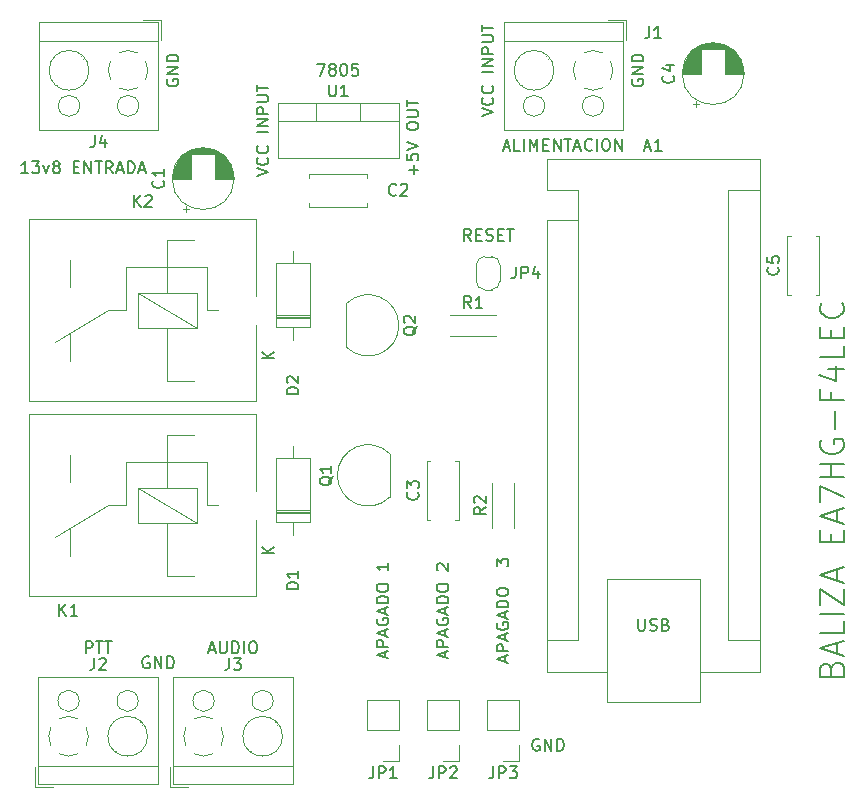
<source format=gbr>
%TF.GenerationSoftware,KiCad,Pcbnew,6.0.11+dfsg-1*%
%TF.CreationDate,2026-01-30T16:23:38+01:00*%
%TF.ProjectId,baliza,62616c69-7a61-42e6-9b69-6361645f7063,rev?*%
%TF.SameCoordinates,Original*%
%TF.FileFunction,Legend,Top*%
%TF.FilePolarity,Positive*%
%FSLAX46Y46*%
G04 Gerber Fmt 4.6, Leading zero omitted, Abs format (unit mm)*
G04 Created by KiCad (PCBNEW 6.0.11+dfsg-1) date 2026-01-30 16:23:38*
%MOMM*%
%LPD*%
G01*
G04 APERTURE LIST*
%ADD10C,0.150000*%
%ADD11C,0.120000*%
G04 APERTURE END LIST*
D10*
X132802380Y-62300952D02*
X133802380Y-61967619D01*
X132802380Y-61634285D01*
X133707142Y-60729523D02*
X133754761Y-60777142D01*
X133802380Y-60920000D01*
X133802380Y-61015238D01*
X133754761Y-61158095D01*
X133659523Y-61253333D01*
X133564285Y-61300952D01*
X133373809Y-61348571D01*
X133230952Y-61348571D01*
X133040476Y-61300952D01*
X132945238Y-61253333D01*
X132850000Y-61158095D01*
X132802380Y-61015238D01*
X132802380Y-60920000D01*
X132850000Y-60777142D01*
X132897619Y-60729523D01*
X133707142Y-59729523D02*
X133754761Y-59777142D01*
X133802380Y-59920000D01*
X133802380Y-60015238D01*
X133754761Y-60158095D01*
X133659523Y-60253333D01*
X133564285Y-60300952D01*
X133373809Y-60348571D01*
X133230952Y-60348571D01*
X133040476Y-60300952D01*
X132945238Y-60253333D01*
X132850000Y-60158095D01*
X132802380Y-60015238D01*
X132802380Y-59920000D01*
X132850000Y-59777142D01*
X132897619Y-59729523D01*
X133802380Y-58539047D02*
X132802380Y-58539047D01*
X133802380Y-58062857D02*
X132802380Y-58062857D01*
X133802380Y-57491428D01*
X132802380Y-57491428D01*
X133802380Y-57015238D02*
X132802380Y-57015238D01*
X132802380Y-56634285D01*
X132850000Y-56539047D01*
X132897619Y-56491428D01*
X132992857Y-56443809D01*
X133135714Y-56443809D01*
X133230952Y-56491428D01*
X133278571Y-56539047D01*
X133326190Y-56634285D01*
X133326190Y-57015238D01*
X132802380Y-56015238D02*
X133611904Y-56015238D01*
X133707142Y-55967619D01*
X133754761Y-55920000D01*
X133802380Y-55824761D01*
X133802380Y-55634285D01*
X133754761Y-55539047D01*
X133707142Y-55491428D01*
X133611904Y-55443809D01*
X132802380Y-55443809D01*
X132802380Y-55110476D02*
X132802380Y-54539047D01*
X133802380Y-54824761D02*
X132802380Y-54824761D01*
X113752380Y-67380952D02*
X114752380Y-67047619D01*
X113752380Y-66714285D01*
X114657142Y-65809523D02*
X114704761Y-65857142D01*
X114752380Y-66000000D01*
X114752380Y-66095238D01*
X114704761Y-66238095D01*
X114609523Y-66333333D01*
X114514285Y-66380952D01*
X114323809Y-66428571D01*
X114180952Y-66428571D01*
X113990476Y-66380952D01*
X113895238Y-66333333D01*
X113800000Y-66238095D01*
X113752380Y-66095238D01*
X113752380Y-66000000D01*
X113800000Y-65857142D01*
X113847619Y-65809523D01*
X114657142Y-64809523D02*
X114704761Y-64857142D01*
X114752380Y-65000000D01*
X114752380Y-65095238D01*
X114704761Y-65238095D01*
X114609523Y-65333333D01*
X114514285Y-65380952D01*
X114323809Y-65428571D01*
X114180952Y-65428571D01*
X113990476Y-65380952D01*
X113895238Y-65333333D01*
X113800000Y-65238095D01*
X113752380Y-65095238D01*
X113752380Y-65000000D01*
X113800000Y-64857142D01*
X113847619Y-64809523D01*
X114752380Y-63619047D02*
X113752380Y-63619047D01*
X114752380Y-63142857D02*
X113752380Y-63142857D01*
X114752380Y-62571428D01*
X113752380Y-62571428D01*
X114752380Y-62095238D02*
X113752380Y-62095238D01*
X113752380Y-61714285D01*
X113800000Y-61619047D01*
X113847619Y-61571428D01*
X113942857Y-61523809D01*
X114085714Y-61523809D01*
X114180952Y-61571428D01*
X114228571Y-61619047D01*
X114276190Y-61714285D01*
X114276190Y-62095238D01*
X113752380Y-61095238D02*
X114561904Y-61095238D01*
X114657142Y-61047619D01*
X114704761Y-61000000D01*
X114752380Y-60904761D01*
X114752380Y-60714285D01*
X114704761Y-60619047D01*
X114657142Y-60571428D01*
X114561904Y-60523809D01*
X113752380Y-60523809D01*
X113752380Y-60190476D02*
X113752380Y-59619047D01*
X114752380Y-59904761D02*
X113752380Y-59904761D01*
X127071428Y-67230238D02*
X127071428Y-66468333D01*
X127452380Y-66849285D02*
X126690476Y-66849285D01*
X126452380Y-65515952D02*
X126452380Y-65992142D01*
X126928571Y-66039761D01*
X126880952Y-65992142D01*
X126833333Y-65896904D01*
X126833333Y-65658809D01*
X126880952Y-65563571D01*
X126928571Y-65515952D01*
X127023809Y-65468333D01*
X127261904Y-65468333D01*
X127357142Y-65515952D01*
X127404761Y-65563571D01*
X127452380Y-65658809D01*
X127452380Y-65896904D01*
X127404761Y-65992142D01*
X127357142Y-66039761D01*
X126452380Y-65182619D02*
X127452380Y-64849285D01*
X126452380Y-64515952D01*
X126452380Y-63230238D02*
X126452380Y-63039761D01*
X126500000Y-62944523D01*
X126595238Y-62849285D01*
X126785714Y-62801666D01*
X127119047Y-62801666D01*
X127309523Y-62849285D01*
X127404761Y-62944523D01*
X127452380Y-63039761D01*
X127452380Y-63230238D01*
X127404761Y-63325476D01*
X127309523Y-63420714D01*
X127119047Y-63468333D01*
X126785714Y-63468333D01*
X126595238Y-63420714D01*
X126500000Y-63325476D01*
X126452380Y-63230238D01*
X126452380Y-62373095D02*
X127261904Y-62373095D01*
X127357142Y-62325476D01*
X127404761Y-62277857D01*
X127452380Y-62182619D01*
X127452380Y-61992142D01*
X127404761Y-61896904D01*
X127357142Y-61849285D01*
X127261904Y-61801666D01*
X126452380Y-61801666D01*
X126452380Y-61468333D02*
X126452380Y-60896904D01*
X127452380Y-61182619D02*
X126452380Y-61182619D01*
X118888095Y-57872380D02*
X119554761Y-57872380D01*
X119126190Y-58872380D01*
X120078571Y-58300952D02*
X119983333Y-58253333D01*
X119935714Y-58205714D01*
X119888095Y-58110476D01*
X119888095Y-58062857D01*
X119935714Y-57967619D01*
X119983333Y-57920000D01*
X120078571Y-57872380D01*
X120269047Y-57872380D01*
X120364285Y-57920000D01*
X120411904Y-57967619D01*
X120459523Y-58062857D01*
X120459523Y-58110476D01*
X120411904Y-58205714D01*
X120364285Y-58253333D01*
X120269047Y-58300952D01*
X120078571Y-58300952D01*
X119983333Y-58348571D01*
X119935714Y-58396190D01*
X119888095Y-58491428D01*
X119888095Y-58681904D01*
X119935714Y-58777142D01*
X119983333Y-58824761D01*
X120078571Y-58872380D01*
X120269047Y-58872380D01*
X120364285Y-58824761D01*
X120411904Y-58777142D01*
X120459523Y-58681904D01*
X120459523Y-58491428D01*
X120411904Y-58396190D01*
X120364285Y-58348571D01*
X120269047Y-58300952D01*
X121078571Y-57872380D02*
X121173809Y-57872380D01*
X121269047Y-57920000D01*
X121316666Y-57967619D01*
X121364285Y-58062857D01*
X121411904Y-58253333D01*
X121411904Y-58491428D01*
X121364285Y-58681904D01*
X121316666Y-58777142D01*
X121269047Y-58824761D01*
X121173809Y-58872380D01*
X121078571Y-58872380D01*
X120983333Y-58824761D01*
X120935714Y-58777142D01*
X120888095Y-58681904D01*
X120840476Y-58491428D01*
X120840476Y-58253333D01*
X120888095Y-58062857D01*
X120935714Y-57967619D01*
X120983333Y-57920000D01*
X121078571Y-57872380D01*
X122316666Y-57872380D02*
X121840476Y-57872380D01*
X121792857Y-58348571D01*
X121840476Y-58300952D01*
X121935714Y-58253333D01*
X122173809Y-58253333D01*
X122269047Y-58300952D01*
X122316666Y-58348571D01*
X122364285Y-58443809D01*
X122364285Y-58681904D01*
X122316666Y-58777142D01*
X122269047Y-58824761D01*
X122173809Y-58872380D01*
X121935714Y-58872380D01*
X121840476Y-58824761D01*
X121792857Y-58777142D01*
X137668095Y-115070000D02*
X137572857Y-115022380D01*
X137430000Y-115022380D01*
X137287142Y-115070000D01*
X137191904Y-115165238D01*
X137144285Y-115260476D01*
X137096666Y-115450952D01*
X137096666Y-115593809D01*
X137144285Y-115784285D01*
X137191904Y-115879523D01*
X137287142Y-115974761D01*
X137430000Y-116022380D01*
X137525238Y-116022380D01*
X137668095Y-115974761D01*
X137715714Y-115927142D01*
X137715714Y-115593809D01*
X137525238Y-115593809D01*
X138144285Y-116022380D02*
X138144285Y-115022380D01*
X138715714Y-116022380D01*
X138715714Y-115022380D01*
X139191904Y-116022380D02*
X139191904Y-115022380D01*
X139430000Y-115022380D01*
X139572857Y-115070000D01*
X139668095Y-115165238D01*
X139715714Y-115260476D01*
X139763333Y-115450952D01*
X139763333Y-115593809D01*
X139715714Y-115784285D01*
X139668095Y-115879523D01*
X139572857Y-115974761D01*
X139430000Y-116022380D01*
X139191904Y-116022380D01*
X104648095Y-108085000D02*
X104552857Y-108037380D01*
X104410000Y-108037380D01*
X104267142Y-108085000D01*
X104171904Y-108180238D01*
X104124285Y-108275476D01*
X104076666Y-108465952D01*
X104076666Y-108608809D01*
X104124285Y-108799285D01*
X104171904Y-108894523D01*
X104267142Y-108989761D01*
X104410000Y-109037380D01*
X104505238Y-109037380D01*
X104648095Y-108989761D01*
X104695714Y-108942142D01*
X104695714Y-108608809D01*
X104505238Y-108608809D01*
X105124285Y-109037380D02*
X105124285Y-108037380D01*
X105695714Y-109037380D01*
X105695714Y-108037380D01*
X106171904Y-109037380D02*
X106171904Y-108037380D01*
X106410000Y-108037380D01*
X106552857Y-108085000D01*
X106648095Y-108180238D01*
X106695714Y-108275476D01*
X106743333Y-108465952D01*
X106743333Y-108608809D01*
X106695714Y-108799285D01*
X106648095Y-108894523D01*
X106552857Y-108989761D01*
X106410000Y-109037380D01*
X106171904Y-109037380D01*
X145550000Y-59181904D02*
X145502380Y-59277142D01*
X145502380Y-59420000D01*
X145550000Y-59562857D01*
X145645238Y-59658095D01*
X145740476Y-59705714D01*
X145930952Y-59753333D01*
X146073809Y-59753333D01*
X146264285Y-59705714D01*
X146359523Y-59658095D01*
X146454761Y-59562857D01*
X146502380Y-59420000D01*
X146502380Y-59324761D01*
X146454761Y-59181904D01*
X146407142Y-59134285D01*
X146073809Y-59134285D01*
X146073809Y-59324761D01*
X146502380Y-58705714D02*
X145502380Y-58705714D01*
X146502380Y-58134285D01*
X145502380Y-58134285D01*
X146502380Y-57658095D02*
X145502380Y-57658095D01*
X145502380Y-57420000D01*
X145550000Y-57277142D01*
X145645238Y-57181904D01*
X145740476Y-57134285D01*
X145930952Y-57086666D01*
X146073809Y-57086666D01*
X146264285Y-57134285D01*
X146359523Y-57181904D01*
X146454761Y-57277142D01*
X146502380Y-57420000D01*
X146502380Y-57658095D01*
X106180000Y-59181904D02*
X106132380Y-59277142D01*
X106132380Y-59420000D01*
X106180000Y-59562857D01*
X106275238Y-59658095D01*
X106370476Y-59705714D01*
X106560952Y-59753333D01*
X106703809Y-59753333D01*
X106894285Y-59705714D01*
X106989523Y-59658095D01*
X107084761Y-59562857D01*
X107132380Y-59420000D01*
X107132380Y-59324761D01*
X107084761Y-59181904D01*
X107037142Y-59134285D01*
X106703809Y-59134285D01*
X106703809Y-59324761D01*
X107132380Y-58705714D02*
X106132380Y-58705714D01*
X107132380Y-58134285D01*
X106132380Y-58134285D01*
X107132380Y-57658095D02*
X106132380Y-57658095D01*
X106132380Y-57420000D01*
X106180000Y-57277142D01*
X106275238Y-57181904D01*
X106370476Y-57134285D01*
X106560952Y-57086666D01*
X106703809Y-57086666D01*
X106894285Y-57134285D01*
X106989523Y-57181904D01*
X107084761Y-57277142D01*
X107132380Y-57420000D01*
X107132380Y-57658095D01*
X94417142Y-67127380D02*
X93845714Y-67127380D01*
X94131428Y-67127380D02*
X94131428Y-66127380D01*
X94036190Y-66270238D01*
X93940952Y-66365476D01*
X93845714Y-66413095D01*
X94750476Y-66127380D02*
X95369523Y-66127380D01*
X95036190Y-66508333D01*
X95179047Y-66508333D01*
X95274285Y-66555952D01*
X95321904Y-66603571D01*
X95369523Y-66698809D01*
X95369523Y-66936904D01*
X95321904Y-67032142D01*
X95274285Y-67079761D01*
X95179047Y-67127380D01*
X94893333Y-67127380D01*
X94798095Y-67079761D01*
X94750476Y-67032142D01*
X95702857Y-66460714D02*
X95940952Y-67127380D01*
X96179047Y-66460714D01*
X96702857Y-66555952D02*
X96607619Y-66508333D01*
X96560000Y-66460714D01*
X96512380Y-66365476D01*
X96512380Y-66317857D01*
X96560000Y-66222619D01*
X96607619Y-66175000D01*
X96702857Y-66127380D01*
X96893333Y-66127380D01*
X96988571Y-66175000D01*
X97036190Y-66222619D01*
X97083809Y-66317857D01*
X97083809Y-66365476D01*
X97036190Y-66460714D01*
X96988571Y-66508333D01*
X96893333Y-66555952D01*
X96702857Y-66555952D01*
X96607619Y-66603571D01*
X96560000Y-66651190D01*
X96512380Y-66746428D01*
X96512380Y-66936904D01*
X96560000Y-67032142D01*
X96607619Y-67079761D01*
X96702857Y-67127380D01*
X96893333Y-67127380D01*
X96988571Y-67079761D01*
X97036190Y-67032142D01*
X97083809Y-66936904D01*
X97083809Y-66746428D01*
X97036190Y-66651190D01*
X96988571Y-66603571D01*
X96893333Y-66555952D01*
X98274285Y-66603571D02*
X98607619Y-66603571D01*
X98750476Y-67127380D02*
X98274285Y-67127380D01*
X98274285Y-66127380D01*
X98750476Y-66127380D01*
X99179047Y-67127380D02*
X99179047Y-66127380D01*
X99750476Y-67127380D01*
X99750476Y-66127380D01*
X100083809Y-66127380D02*
X100655238Y-66127380D01*
X100369523Y-67127380D02*
X100369523Y-66127380D01*
X101560000Y-67127380D02*
X101226666Y-66651190D01*
X100988571Y-67127380D02*
X100988571Y-66127380D01*
X101369523Y-66127380D01*
X101464761Y-66175000D01*
X101512380Y-66222619D01*
X101560000Y-66317857D01*
X101560000Y-66460714D01*
X101512380Y-66555952D01*
X101464761Y-66603571D01*
X101369523Y-66651190D01*
X100988571Y-66651190D01*
X101940952Y-66841666D02*
X102417142Y-66841666D01*
X101845714Y-67127380D02*
X102179047Y-66127380D01*
X102512380Y-67127380D01*
X102845714Y-67127380D02*
X102845714Y-66127380D01*
X103083809Y-66127380D01*
X103226666Y-66175000D01*
X103321904Y-66270238D01*
X103369523Y-66365476D01*
X103417142Y-66555952D01*
X103417142Y-66698809D01*
X103369523Y-66889285D01*
X103321904Y-66984523D01*
X103226666Y-67079761D01*
X103083809Y-67127380D01*
X102845714Y-67127380D01*
X103798095Y-66841666D02*
X104274285Y-66841666D01*
X103702857Y-67127380D02*
X104036190Y-66127380D01*
X104369523Y-67127380D01*
X131897619Y-72842380D02*
X131564285Y-72366190D01*
X131326190Y-72842380D02*
X131326190Y-71842380D01*
X131707142Y-71842380D01*
X131802380Y-71890000D01*
X131850000Y-71937619D01*
X131897619Y-72032857D01*
X131897619Y-72175714D01*
X131850000Y-72270952D01*
X131802380Y-72318571D01*
X131707142Y-72366190D01*
X131326190Y-72366190D01*
X132326190Y-72318571D02*
X132659523Y-72318571D01*
X132802380Y-72842380D02*
X132326190Y-72842380D01*
X132326190Y-71842380D01*
X132802380Y-71842380D01*
X133183333Y-72794761D02*
X133326190Y-72842380D01*
X133564285Y-72842380D01*
X133659523Y-72794761D01*
X133707142Y-72747142D01*
X133754761Y-72651904D01*
X133754761Y-72556666D01*
X133707142Y-72461428D01*
X133659523Y-72413809D01*
X133564285Y-72366190D01*
X133373809Y-72318571D01*
X133278571Y-72270952D01*
X133230952Y-72223333D01*
X133183333Y-72128095D01*
X133183333Y-72032857D01*
X133230952Y-71937619D01*
X133278571Y-71890000D01*
X133373809Y-71842380D01*
X133611904Y-71842380D01*
X133754761Y-71890000D01*
X134183333Y-72318571D02*
X134516666Y-72318571D01*
X134659523Y-72842380D02*
X134183333Y-72842380D01*
X134183333Y-71842380D01*
X134659523Y-71842380D01*
X134945238Y-71842380D02*
X135516666Y-71842380D01*
X135230952Y-72842380D02*
X135230952Y-71842380D01*
X134676190Y-64936666D02*
X135152380Y-64936666D01*
X134580952Y-65222380D02*
X134914285Y-64222380D01*
X135247619Y-65222380D01*
X136057142Y-65222380D02*
X135580952Y-65222380D01*
X135580952Y-64222380D01*
X136390476Y-65222380D02*
X136390476Y-64222380D01*
X136866666Y-65222380D02*
X136866666Y-64222380D01*
X137200000Y-64936666D01*
X137533333Y-64222380D01*
X137533333Y-65222380D01*
X138009523Y-64698571D02*
X138342857Y-64698571D01*
X138485714Y-65222380D02*
X138009523Y-65222380D01*
X138009523Y-64222380D01*
X138485714Y-64222380D01*
X138914285Y-65222380D02*
X138914285Y-64222380D01*
X139485714Y-65222380D01*
X139485714Y-64222380D01*
X139819047Y-64222380D02*
X140390476Y-64222380D01*
X140104761Y-65222380D02*
X140104761Y-64222380D01*
X140676190Y-64936666D02*
X141152380Y-64936666D01*
X140580952Y-65222380D02*
X140914285Y-64222380D01*
X141247619Y-65222380D01*
X142152380Y-65127142D02*
X142104761Y-65174761D01*
X141961904Y-65222380D01*
X141866666Y-65222380D01*
X141723809Y-65174761D01*
X141628571Y-65079523D01*
X141580952Y-64984285D01*
X141533333Y-64793809D01*
X141533333Y-64650952D01*
X141580952Y-64460476D01*
X141628571Y-64365238D01*
X141723809Y-64270000D01*
X141866666Y-64222380D01*
X141961904Y-64222380D01*
X142104761Y-64270000D01*
X142152380Y-64317619D01*
X142580952Y-65222380D02*
X142580952Y-64222380D01*
X143247619Y-64222380D02*
X143438095Y-64222380D01*
X143533333Y-64270000D01*
X143628571Y-64365238D01*
X143676190Y-64555714D01*
X143676190Y-64889047D01*
X143628571Y-65079523D01*
X143533333Y-65174761D01*
X143438095Y-65222380D01*
X143247619Y-65222380D01*
X143152380Y-65174761D01*
X143057142Y-65079523D01*
X143009523Y-64889047D01*
X143009523Y-64555714D01*
X143057142Y-64365238D01*
X143152380Y-64270000D01*
X143247619Y-64222380D01*
X144104761Y-65222380D02*
X144104761Y-64222380D01*
X144676190Y-65222380D01*
X144676190Y-64222380D01*
X99306190Y-107767380D02*
X99306190Y-106767380D01*
X99687142Y-106767380D01*
X99782380Y-106815000D01*
X99830000Y-106862619D01*
X99877619Y-106957857D01*
X99877619Y-107100714D01*
X99830000Y-107195952D01*
X99782380Y-107243571D01*
X99687142Y-107291190D01*
X99306190Y-107291190D01*
X100163333Y-106767380D02*
X100734761Y-106767380D01*
X100449047Y-107767380D02*
X100449047Y-106767380D01*
X100925238Y-106767380D02*
X101496666Y-106767380D01*
X101210952Y-107767380D02*
X101210952Y-106767380D01*
X109736190Y-107481666D02*
X110212380Y-107481666D01*
X109640952Y-107767380D02*
X109974285Y-106767380D01*
X110307619Y-107767380D01*
X110640952Y-106767380D02*
X110640952Y-107576904D01*
X110688571Y-107672142D01*
X110736190Y-107719761D01*
X110831428Y-107767380D01*
X111021904Y-107767380D01*
X111117142Y-107719761D01*
X111164761Y-107672142D01*
X111212380Y-107576904D01*
X111212380Y-106767380D01*
X111688571Y-107767380D02*
X111688571Y-106767380D01*
X111926666Y-106767380D01*
X112069523Y-106815000D01*
X112164761Y-106910238D01*
X112212380Y-107005476D01*
X112260000Y-107195952D01*
X112260000Y-107338809D01*
X112212380Y-107529285D01*
X112164761Y-107624523D01*
X112069523Y-107719761D01*
X111926666Y-107767380D01*
X111688571Y-107767380D01*
X112688571Y-107767380D02*
X112688571Y-106767380D01*
X113355238Y-106767380D02*
X113545714Y-106767380D01*
X113640952Y-106815000D01*
X113736190Y-106910238D01*
X113783809Y-107100714D01*
X113783809Y-107434047D01*
X113736190Y-107624523D01*
X113640952Y-107719761D01*
X113545714Y-107767380D01*
X113355238Y-107767380D01*
X113260000Y-107719761D01*
X113164761Y-107624523D01*
X113117142Y-107434047D01*
X113117142Y-107100714D01*
X113164761Y-106910238D01*
X113260000Y-106815000D01*
X113355238Y-106767380D01*
X134786666Y-108497142D02*
X134786666Y-108020952D01*
X135072380Y-108592380D02*
X134072380Y-108259047D01*
X135072380Y-107925714D01*
X135072380Y-107592380D02*
X134072380Y-107592380D01*
X134072380Y-107211428D01*
X134120000Y-107116190D01*
X134167619Y-107068571D01*
X134262857Y-107020952D01*
X134405714Y-107020952D01*
X134500952Y-107068571D01*
X134548571Y-107116190D01*
X134596190Y-107211428D01*
X134596190Y-107592380D01*
X134786666Y-106640000D02*
X134786666Y-106163809D01*
X135072380Y-106735238D02*
X134072380Y-106401904D01*
X135072380Y-106068571D01*
X134120000Y-105211428D02*
X134072380Y-105306666D01*
X134072380Y-105449523D01*
X134120000Y-105592380D01*
X134215238Y-105687619D01*
X134310476Y-105735238D01*
X134500952Y-105782857D01*
X134643809Y-105782857D01*
X134834285Y-105735238D01*
X134929523Y-105687619D01*
X135024761Y-105592380D01*
X135072380Y-105449523D01*
X135072380Y-105354285D01*
X135024761Y-105211428D01*
X134977142Y-105163809D01*
X134643809Y-105163809D01*
X134643809Y-105354285D01*
X134786666Y-104782857D02*
X134786666Y-104306666D01*
X135072380Y-104878095D02*
X134072380Y-104544761D01*
X135072380Y-104211428D01*
X135072380Y-103878095D02*
X134072380Y-103878095D01*
X134072380Y-103640000D01*
X134120000Y-103497142D01*
X134215238Y-103401904D01*
X134310476Y-103354285D01*
X134500952Y-103306666D01*
X134643809Y-103306666D01*
X134834285Y-103354285D01*
X134929523Y-103401904D01*
X135024761Y-103497142D01*
X135072380Y-103640000D01*
X135072380Y-103878095D01*
X134072380Y-102687619D02*
X134072380Y-102497142D01*
X134120000Y-102401904D01*
X134215238Y-102306666D01*
X134405714Y-102259047D01*
X134739047Y-102259047D01*
X134929523Y-102306666D01*
X135024761Y-102401904D01*
X135072380Y-102497142D01*
X135072380Y-102687619D01*
X135024761Y-102782857D01*
X134929523Y-102878095D01*
X134739047Y-102925714D01*
X134405714Y-102925714D01*
X134215238Y-102878095D01*
X134120000Y-102782857D01*
X134072380Y-102687619D01*
X134072380Y-100401904D02*
X134072380Y-99782857D01*
X134453333Y-100116190D01*
X134453333Y-99973333D01*
X134500952Y-99878095D01*
X134548571Y-99830476D01*
X134643809Y-99782857D01*
X134881904Y-99782857D01*
X134977142Y-99830476D01*
X135024761Y-99878095D01*
X135072380Y-99973333D01*
X135072380Y-100259047D01*
X135024761Y-100354285D01*
X134977142Y-100401904D01*
X129706666Y-108116190D02*
X129706666Y-107640000D01*
X129992380Y-108211428D02*
X128992380Y-107878095D01*
X129992380Y-107544761D01*
X129992380Y-107211428D02*
X128992380Y-107211428D01*
X128992380Y-106830476D01*
X129040000Y-106735238D01*
X129087619Y-106687619D01*
X129182857Y-106640000D01*
X129325714Y-106640000D01*
X129420952Y-106687619D01*
X129468571Y-106735238D01*
X129516190Y-106830476D01*
X129516190Y-107211428D01*
X129706666Y-106259047D02*
X129706666Y-105782857D01*
X129992380Y-106354285D02*
X128992380Y-106020952D01*
X129992380Y-105687619D01*
X129040000Y-104830476D02*
X128992380Y-104925714D01*
X128992380Y-105068571D01*
X129040000Y-105211428D01*
X129135238Y-105306666D01*
X129230476Y-105354285D01*
X129420952Y-105401904D01*
X129563809Y-105401904D01*
X129754285Y-105354285D01*
X129849523Y-105306666D01*
X129944761Y-105211428D01*
X129992380Y-105068571D01*
X129992380Y-104973333D01*
X129944761Y-104830476D01*
X129897142Y-104782857D01*
X129563809Y-104782857D01*
X129563809Y-104973333D01*
X129706666Y-104401904D02*
X129706666Y-103925714D01*
X129992380Y-104497142D02*
X128992380Y-104163809D01*
X129992380Y-103830476D01*
X129992380Y-103497142D02*
X128992380Y-103497142D01*
X128992380Y-103259047D01*
X129040000Y-103116190D01*
X129135238Y-103020952D01*
X129230476Y-102973333D01*
X129420952Y-102925714D01*
X129563809Y-102925714D01*
X129754285Y-102973333D01*
X129849523Y-103020952D01*
X129944761Y-103116190D01*
X129992380Y-103259047D01*
X129992380Y-103497142D01*
X128992380Y-102306666D02*
X128992380Y-102116190D01*
X129040000Y-102020952D01*
X129135238Y-101925714D01*
X129325714Y-101878095D01*
X129659047Y-101878095D01*
X129849523Y-101925714D01*
X129944761Y-102020952D01*
X129992380Y-102116190D01*
X129992380Y-102306666D01*
X129944761Y-102401904D01*
X129849523Y-102497142D01*
X129659047Y-102544761D01*
X129325714Y-102544761D01*
X129135238Y-102497142D01*
X129040000Y-102401904D01*
X128992380Y-102306666D01*
X129087619Y-100735238D02*
X129040000Y-100687619D01*
X128992380Y-100592380D01*
X128992380Y-100354285D01*
X129040000Y-100259047D01*
X129087619Y-100211428D01*
X129182857Y-100163809D01*
X129278095Y-100163809D01*
X129420952Y-100211428D01*
X129992380Y-100782857D01*
X129992380Y-100163809D01*
X124626666Y-108116190D02*
X124626666Y-107640000D01*
X124912380Y-108211428D02*
X123912380Y-107878095D01*
X124912380Y-107544761D01*
X124912380Y-107211428D02*
X123912380Y-107211428D01*
X123912380Y-106830476D01*
X123960000Y-106735238D01*
X124007619Y-106687619D01*
X124102857Y-106640000D01*
X124245714Y-106640000D01*
X124340952Y-106687619D01*
X124388571Y-106735238D01*
X124436190Y-106830476D01*
X124436190Y-107211428D01*
X124626666Y-106259047D02*
X124626666Y-105782857D01*
X124912380Y-106354285D02*
X123912380Y-106020952D01*
X124912380Y-105687619D01*
X123960000Y-104830476D02*
X123912380Y-104925714D01*
X123912380Y-105068571D01*
X123960000Y-105211428D01*
X124055238Y-105306666D01*
X124150476Y-105354285D01*
X124340952Y-105401904D01*
X124483809Y-105401904D01*
X124674285Y-105354285D01*
X124769523Y-105306666D01*
X124864761Y-105211428D01*
X124912380Y-105068571D01*
X124912380Y-104973333D01*
X124864761Y-104830476D01*
X124817142Y-104782857D01*
X124483809Y-104782857D01*
X124483809Y-104973333D01*
X124626666Y-104401904D02*
X124626666Y-103925714D01*
X124912380Y-104497142D02*
X123912380Y-104163809D01*
X124912380Y-103830476D01*
X124912380Y-103497142D02*
X123912380Y-103497142D01*
X123912380Y-103259047D01*
X123960000Y-103116190D01*
X124055238Y-103020952D01*
X124150476Y-102973333D01*
X124340952Y-102925714D01*
X124483809Y-102925714D01*
X124674285Y-102973333D01*
X124769523Y-103020952D01*
X124864761Y-103116190D01*
X124912380Y-103259047D01*
X124912380Y-103497142D01*
X123912380Y-102306666D02*
X123912380Y-102116190D01*
X123960000Y-102020952D01*
X124055238Y-101925714D01*
X124245714Y-101878095D01*
X124579047Y-101878095D01*
X124769523Y-101925714D01*
X124864761Y-102020952D01*
X124912380Y-102116190D01*
X124912380Y-102306666D01*
X124864761Y-102401904D01*
X124769523Y-102497142D01*
X124579047Y-102544761D01*
X124245714Y-102544761D01*
X124055238Y-102497142D01*
X123960000Y-102401904D01*
X123912380Y-102306666D01*
X124912380Y-100163809D02*
X124912380Y-100735238D01*
X124912380Y-100449523D02*
X123912380Y-100449523D01*
X124055238Y-100544761D01*
X124150476Y-100640000D01*
X124198095Y-100735238D01*
X162417142Y-109075238D02*
X162512380Y-108789523D01*
X162607619Y-108694285D01*
X162798095Y-108599047D01*
X163083809Y-108599047D01*
X163274285Y-108694285D01*
X163369523Y-108789523D01*
X163464761Y-108980000D01*
X163464761Y-109741904D01*
X161464761Y-109741904D01*
X161464761Y-109075238D01*
X161560000Y-108884761D01*
X161655238Y-108789523D01*
X161845714Y-108694285D01*
X162036190Y-108694285D01*
X162226666Y-108789523D01*
X162321904Y-108884761D01*
X162417142Y-109075238D01*
X162417142Y-109741904D01*
X162893333Y-107837142D02*
X162893333Y-106884761D01*
X163464761Y-108027619D02*
X161464761Y-107360952D01*
X163464761Y-106694285D01*
X163464761Y-105075238D02*
X163464761Y-106027619D01*
X161464761Y-106027619D01*
X163464761Y-104408571D02*
X161464761Y-104408571D01*
X161464761Y-103646666D02*
X161464761Y-102313333D01*
X163464761Y-103646666D01*
X163464761Y-102313333D01*
X162893333Y-101646666D02*
X162893333Y-100694285D01*
X163464761Y-101837142D02*
X161464761Y-101170476D01*
X163464761Y-100503809D01*
X162417142Y-98313333D02*
X162417142Y-97646666D01*
X163464761Y-97360952D02*
X163464761Y-98313333D01*
X161464761Y-98313333D01*
X161464761Y-97360952D01*
X162893333Y-96599047D02*
X162893333Y-95646666D01*
X163464761Y-96789523D02*
X161464761Y-96122857D01*
X163464761Y-95456190D01*
X161464761Y-94980000D02*
X161464761Y-93646666D01*
X163464761Y-94503809D01*
X163464761Y-92884761D02*
X161464761Y-92884761D01*
X162417142Y-92884761D02*
X162417142Y-91741904D01*
X163464761Y-91741904D02*
X161464761Y-91741904D01*
X161560000Y-89741904D02*
X161464761Y-89932380D01*
X161464761Y-90218095D01*
X161560000Y-90503809D01*
X161750476Y-90694285D01*
X161940952Y-90789523D01*
X162321904Y-90884761D01*
X162607619Y-90884761D01*
X162988571Y-90789523D01*
X163179047Y-90694285D01*
X163369523Y-90503809D01*
X163464761Y-90218095D01*
X163464761Y-90027619D01*
X163369523Y-89741904D01*
X163274285Y-89646666D01*
X162607619Y-89646666D01*
X162607619Y-90027619D01*
X162702857Y-88789523D02*
X162702857Y-87265714D01*
X162417142Y-85646666D02*
X162417142Y-86313333D01*
X163464761Y-86313333D02*
X161464761Y-86313333D01*
X161464761Y-85360952D01*
X162131428Y-83741904D02*
X163464761Y-83741904D01*
X161369523Y-84218095D02*
X162798095Y-84694285D01*
X162798095Y-83456190D01*
X163464761Y-81741904D02*
X163464761Y-82694285D01*
X161464761Y-82694285D01*
X162417142Y-81075238D02*
X162417142Y-80408571D01*
X163464761Y-80122857D02*
X163464761Y-81075238D01*
X161464761Y-81075238D01*
X161464761Y-80122857D01*
X163274285Y-78122857D02*
X163369523Y-78218095D01*
X163464761Y-78503809D01*
X163464761Y-78694285D01*
X163369523Y-78980000D01*
X163179047Y-79170476D01*
X162988571Y-79265714D01*
X162607619Y-79360952D01*
X162321904Y-79360952D01*
X161940952Y-79265714D01*
X161750476Y-79170476D01*
X161560000Y-78980000D01*
X161464761Y-78694285D01*
X161464761Y-78503809D01*
X161560000Y-78218095D01*
X161655238Y-78122857D01*
%TO.C,U1*%
X119888095Y-59627380D02*
X119888095Y-60436904D01*
X119935714Y-60532142D01*
X119983333Y-60579761D01*
X120078571Y-60627380D01*
X120269047Y-60627380D01*
X120364285Y-60579761D01*
X120411904Y-60532142D01*
X120459523Y-60436904D01*
X120459523Y-59627380D01*
X121459523Y-60627380D02*
X120888095Y-60627380D01*
X121173809Y-60627380D02*
X121173809Y-59627380D01*
X121078571Y-59770238D01*
X120983333Y-59865476D01*
X120888095Y-59913095D01*
%TO.C,JP1*%
X123626666Y-117352380D02*
X123626666Y-118066666D01*
X123579047Y-118209523D01*
X123483809Y-118304761D01*
X123340952Y-118352380D01*
X123245714Y-118352380D01*
X124102857Y-118352380D02*
X124102857Y-117352380D01*
X124483809Y-117352380D01*
X124579047Y-117400000D01*
X124626666Y-117447619D01*
X124674285Y-117542857D01*
X124674285Y-117685714D01*
X124626666Y-117780952D01*
X124579047Y-117828571D01*
X124483809Y-117876190D01*
X124102857Y-117876190D01*
X125626666Y-118352380D02*
X125055238Y-118352380D01*
X125340952Y-118352380D02*
X125340952Y-117352380D01*
X125245714Y-117495238D01*
X125150476Y-117590476D01*
X125055238Y-117638095D01*
%TO.C,J2*%
X99996666Y-108192380D02*
X99996666Y-108906666D01*
X99949047Y-109049523D01*
X99853809Y-109144761D01*
X99710952Y-109192380D01*
X99615714Y-109192380D01*
X100425238Y-108287619D02*
X100472857Y-108240000D01*
X100568095Y-108192380D01*
X100806190Y-108192380D01*
X100901428Y-108240000D01*
X100949047Y-108287619D01*
X100996666Y-108382857D01*
X100996666Y-108478095D01*
X100949047Y-108620952D01*
X100377619Y-109192380D01*
X100996666Y-109192380D01*
%TO.C,C4*%
X149007142Y-58856666D02*
X149054761Y-58904285D01*
X149102380Y-59047142D01*
X149102380Y-59142380D01*
X149054761Y-59285238D01*
X148959523Y-59380476D01*
X148864285Y-59428095D01*
X148673809Y-59475714D01*
X148530952Y-59475714D01*
X148340476Y-59428095D01*
X148245238Y-59380476D01*
X148150000Y-59285238D01*
X148102380Y-59142380D01*
X148102380Y-59047142D01*
X148150000Y-58904285D01*
X148197619Y-58856666D01*
X148435714Y-57999523D02*
X149102380Y-57999523D01*
X148054761Y-58237619D02*
X148769047Y-58475714D01*
X148769047Y-57856666D01*
%TO.C,C1*%
X105827142Y-67746666D02*
X105874761Y-67794285D01*
X105922380Y-67937142D01*
X105922380Y-68032380D01*
X105874761Y-68175238D01*
X105779523Y-68270476D01*
X105684285Y-68318095D01*
X105493809Y-68365714D01*
X105350952Y-68365714D01*
X105160476Y-68318095D01*
X105065238Y-68270476D01*
X104970000Y-68175238D01*
X104922380Y-68032380D01*
X104922380Y-67937142D01*
X104970000Y-67794285D01*
X105017619Y-67746666D01*
X105922380Y-66794285D02*
X105922380Y-67365714D01*
X105922380Y-67080000D02*
X104922380Y-67080000D01*
X105065238Y-67175238D01*
X105160476Y-67270476D01*
X105208095Y-67365714D01*
%TO.C,A1*%
X146605714Y-64936666D02*
X147081904Y-64936666D01*
X146510476Y-65222380D02*
X146843809Y-64222380D01*
X147177142Y-65222380D01*
X148034285Y-65222380D02*
X147462857Y-65222380D01*
X147748571Y-65222380D02*
X147748571Y-64222380D01*
X147653333Y-64365238D01*
X147558095Y-64460476D01*
X147462857Y-64508095D01*
X146058095Y-104862380D02*
X146058095Y-105671904D01*
X146105714Y-105767142D01*
X146153333Y-105814761D01*
X146248571Y-105862380D01*
X146439047Y-105862380D01*
X146534285Y-105814761D01*
X146581904Y-105767142D01*
X146629523Y-105671904D01*
X146629523Y-104862380D01*
X147058095Y-105814761D02*
X147200952Y-105862380D01*
X147439047Y-105862380D01*
X147534285Y-105814761D01*
X147581904Y-105767142D01*
X147629523Y-105671904D01*
X147629523Y-105576666D01*
X147581904Y-105481428D01*
X147534285Y-105433809D01*
X147439047Y-105386190D01*
X147248571Y-105338571D01*
X147153333Y-105290952D01*
X147105714Y-105243333D01*
X147058095Y-105148095D01*
X147058095Y-105052857D01*
X147105714Y-104957619D01*
X147153333Y-104910000D01*
X147248571Y-104862380D01*
X147486666Y-104862380D01*
X147629523Y-104910000D01*
X148391428Y-105338571D02*
X148534285Y-105386190D01*
X148581904Y-105433809D01*
X148629523Y-105529047D01*
X148629523Y-105671904D01*
X148581904Y-105767142D01*
X148534285Y-105814761D01*
X148439047Y-105862380D01*
X148058095Y-105862380D01*
X148058095Y-104862380D01*
X148391428Y-104862380D01*
X148486666Y-104910000D01*
X148534285Y-104957619D01*
X148581904Y-105052857D01*
X148581904Y-105148095D01*
X148534285Y-105243333D01*
X148486666Y-105290952D01*
X148391428Y-105338571D01*
X148058095Y-105338571D01*
%TO.C,C3*%
X127377142Y-94146666D02*
X127424761Y-94194285D01*
X127472380Y-94337142D01*
X127472380Y-94432380D01*
X127424761Y-94575238D01*
X127329523Y-94670476D01*
X127234285Y-94718095D01*
X127043809Y-94765714D01*
X126900952Y-94765714D01*
X126710476Y-94718095D01*
X126615238Y-94670476D01*
X126520000Y-94575238D01*
X126472380Y-94432380D01*
X126472380Y-94337142D01*
X126520000Y-94194285D01*
X126567619Y-94146666D01*
X126472380Y-93813333D02*
X126472380Y-93194285D01*
X126853333Y-93527619D01*
X126853333Y-93384761D01*
X126900952Y-93289523D01*
X126948571Y-93241904D01*
X127043809Y-93194285D01*
X127281904Y-93194285D01*
X127377142Y-93241904D01*
X127424761Y-93289523D01*
X127472380Y-93384761D01*
X127472380Y-93670476D01*
X127424761Y-93765714D01*
X127377142Y-93813333D01*
%TO.C,K2*%
X103351904Y-69992380D02*
X103351904Y-68992380D01*
X103923333Y-69992380D02*
X103494761Y-69420952D01*
X103923333Y-68992380D02*
X103351904Y-69563809D01*
X104304285Y-69087619D02*
X104351904Y-69040000D01*
X104447142Y-68992380D01*
X104685238Y-68992380D01*
X104780476Y-69040000D01*
X104828095Y-69087619D01*
X104875714Y-69182857D01*
X104875714Y-69278095D01*
X104828095Y-69420952D01*
X104256666Y-69992380D01*
X104875714Y-69992380D01*
%TO.C,Q1*%
X120177619Y-92805238D02*
X120130000Y-92900476D01*
X120034761Y-92995714D01*
X119891904Y-93138571D01*
X119844285Y-93233809D01*
X119844285Y-93329047D01*
X120082380Y-93281428D02*
X120034761Y-93376666D01*
X119939523Y-93471904D01*
X119749047Y-93519523D01*
X119415714Y-93519523D01*
X119225238Y-93471904D01*
X119130000Y-93376666D01*
X119082380Y-93281428D01*
X119082380Y-93090952D01*
X119130000Y-92995714D01*
X119225238Y-92900476D01*
X119415714Y-92852857D01*
X119749047Y-92852857D01*
X119939523Y-92900476D01*
X120034761Y-92995714D01*
X120082380Y-93090952D01*
X120082380Y-93281428D01*
X120082380Y-91900476D02*
X120082380Y-92471904D01*
X120082380Y-92186190D02*
X119082380Y-92186190D01*
X119225238Y-92281428D01*
X119320476Y-92376666D01*
X119368095Y-92471904D01*
%TO.C,K1*%
X97051904Y-104592380D02*
X97051904Y-103592380D01*
X97623333Y-104592380D02*
X97194761Y-104020952D01*
X97623333Y-103592380D02*
X97051904Y-104163809D01*
X98575714Y-104592380D02*
X98004285Y-104592380D01*
X98290000Y-104592380D02*
X98290000Y-103592380D01*
X98194761Y-103735238D01*
X98099523Y-103830476D01*
X98004285Y-103878095D01*
%TO.C,C2*%
X125563333Y-68937142D02*
X125515714Y-68984761D01*
X125372857Y-69032380D01*
X125277619Y-69032380D01*
X125134761Y-68984761D01*
X125039523Y-68889523D01*
X124991904Y-68794285D01*
X124944285Y-68603809D01*
X124944285Y-68460952D01*
X124991904Y-68270476D01*
X125039523Y-68175238D01*
X125134761Y-68080000D01*
X125277619Y-68032380D01*
X125372857Y-68032380D01*
X125515714Y-68080000D01*
X125563333Y-68127619D01*
X125944285Y-68127619D02*
X125991904Y-68080000D01*
X126087142Y-68032380D01*
X126325238Y-68032380D01*
X126420476Y-68080000D01*
X126468095Y-68127619D01*
X126515714Y-68222857D01*
X126515714Y-68318095D01*
X126468095Y-68460952D01*
X125896666Y-69032380D01*
X126515714Y-69032380D01*
%TO.C,R1*%
X131913333Y-78542380D02*
X131580000Y-78066190D01*
X131341904Y-78542380D02*
X131341904Y-77542380D01*
X131722857Y-77542380D01*
X131818095Y-77590000D01*
X131865714Y-77637619D01*
X131913333Y-77732857D01*
X131913333Y-77875714D01*
X131865714Y-77970952D01*
X131818095Y-78018571D01*
X131722857Y-78066190D01*
X131341904Y-78066190D01*
X132865714Y-78542380D02*
X132294285Y-78542380D01*
X132580000Y-78542380D02*
X132580000Y-77542380D01*
X132484761Y-77685238D01*
X132389523Y-77780476D01*
X132294285Y-77828095D01*
%TO.C,C5*%
X157877142Y-75096666D02*
X157924761Y-75144285D01*
X157972380Y-75287142D01*
X157972380Y-75382380D01*
X157924761Y-75525238D01*
X157829523Y-75620476D01*
X157734285Y-75668095D01*
X157543809Y-75715714D01*
X157400952Y-75715714D01*
X157210476Y-75668095D01*
X157115238Y-75620476D01*
X157020000Y-75525238D01*
X156972380Y-75382380D01*
X156972380Y-75287142D01*
X157020000Y-75144285D01*
X157067619Y-75096666D01*
X156972380Y-74191904D02*
X156972380Y-74668095D01*
X157448571Y-74715714D01*
X157400952Y-74668095D01*
X157353333Y-74572857D01*
X157353333Y-74334761D01*
X157400952Y-74239523D01*
X157448571Y-74191904D01*
X157543809Y-74144285D01*
X157781904Y-74144285D01*
X157877142Y-74191904D01*
X157924761Y-74239523D01*
X157972380Y-74334761D01*
X157972380Y-74572857D01*
X157924761Y-74668095D01*
X157877142Y-74715714D01*
%TO.C,JP3*%
X133786666Y-117352380D02*
X133786666Y-118066666D01*
X133739047Y-118209523D01*
X133643809Y-118304761D01*
X133500952Y-118352380D01*
X133405714Y-118352380D01*
X134262857Y-118352380D02*
X134262857Y-117352380D01*
X134643809Y-117352380D01*
X134739047Y-117400000D01*
X134786666Y-117447619D01*
X134834285Y-117542857D01*
X134834285Y-117685714D01*
X134786666Y-117780952D01*
X134739047Y-117828571D01*
X134643809Y-117876190D01*
X134262857Y-117876190D01*
X135167619Y-117352380D02*
X135786666Y-117352380D01*
X135453333Y-117733333D01*
X135596190Y-117733333D01*
X135691428Y-117780952D01*
X135739047Y-117828571D01*
X135786666Y-117923809D01*
X135786666Y-118161904D01*
X135739047Y-118257142D01*
X135691428Y-118304761D01*
X135596190Y-118352380D01*
X135310476Y-118352380D01*
X135215238Y-118304761D01*
X135167619Y-118257142D01*
%TO.C,Q2*%
X127297619Y-80105238D02*
X127250000Y-80200476D01*
X127154761Y-80295714D01*
X127011904Y-80438571D01*
X126964285Y-80533809D01*
X126964285Y-80629047D01*
X127202380Y-80581428D02*
X127154761Y-80676666D01*
X127059523Y-80771904D01*
X126869047Y-80819523D01*
X126535714Y-80819523D01*
X126345238Y-80771904D01*
X126250000Y-80676666D01*
X126202380Y-80581428D01*
X126202380Y-80390952D01*
X126250000Y-80295714D01*
X126345238Y-80200476D01*
X126535714Y-80152857D01*
X126869047Y-80152857D01*
X127059523Y-80200476D01*
X127154761Y-80295714D01*
X127202380Y-80390952D01*
X127202380Y-80581428D01*
X126297619Y-79771904D02*
X126250000Y-79724285D01*
X126202380Y-79629047D01*
X126202380Y-79390952D01*
X126250000Y-79295714D01*
X126297619Y-79248095D01*
X126392857Y-79200476D01*
X126488095Y-79200476D01*
X126630952Y-79248095D01*
X127202380Y-79819523D01*
X127202380Y-79200476D01*
%TO.C,D1*%
X117292380Y-102338095D02*
X116292380Y-102338095D01*
X116292380Y-102100000D01*
X116340000Y-101957142D01*
X116435238Y-101861904D01*
X116530476Y-101814285D01*
X116720952Y-101766666D01*
X116863809Y-101766666D01*
X117054285Y-101814285D01*
X117149523Y-101861904D01*
X117244761Y-101957142D01*
X117292380Y-102100000D01*
X117292380Y-102338095D01*
X117292380Y-100814285D02*
X117292380Y-101385714D01*
X117292380Y-101100000D02*
X116292380Y-101100000D01*
X116435238Y-101195238D01*
X116530476Y-101290476D01*
X116578095Y-101385714D01*
X115192380Y-99321904D02*
X114192380Y-99321904D01*
X115192380Y-98750476D02*
X114620952Y-99179047D01*
X114192380Y-98750476D02*
X114763809Y-99321904D01*
%TO.C,D2*%
X117292380Y-85828095D02*
X116292380Y-85828095D01*
X116292380Y-85590000D01*
X116340000Y-85447142D01*
X116435238Y-85351904D01*
X116530476Y-85304285D01*
X116720952Y-85256666D01*
X116863809Y-85256666D01*
X117054285Y-85304285D01*
X117149523Y-85351904D01*
X117244761Y-85447142D01*
X117292380Y-85590000D01*
X117292380Y-85828095D01*
X116387619Y-84875714D02*
X116340000Y-84828095D01*
X116292380Y-84732857D01*
X116292380Y-84494761D01*
X116340000Y-84399523D01*
X116387619Y-84351904D01*
X116482857Y-84304285D01*
X116578095Y-84304285D01*
X116720952Y-84351904D01*
X117292380Y-84923333D01*
X117292380Y-84304285D01*
X115192380Y-82811904D02*
X114192380Y-82811904D01*
X115192380Y-82240476D02*
X114620952Y-82669047D01*
X114192380Y-82240476D02*
X114763809Y-82811904D01*
%TO.C,J1*%
X146986666Y-54697380D02*
X146986666Y-55411666D01*
X146939047Y-55554523D01*
X146843809Y-55649761D01*
X146700952Y-55697380D01*
X146605714Y-55697380D01*
X147986666Y-55697380D02*
X147415238Y-55697380D01*
X147700952Y-55697380D02*
X147700952Y-54697380D01*
X147605714Y-54840238D01*
X147510476Y-54935476D01*
X147415238Y-54983095D01*
%TO.C,JP4*%
X135691666Y-75032380D02*
X135691666Y-75746666D01*
X135644047Y-75889523D01*
X135548809Y-75984761D01*
X135405952Y-76032380D01*
X135310714Y-76032380D01*
X136167857Y-76032380D02*
X136167857Y-75032380D01*
X136548809Y-75032380D01*
X136644047Y-75080000D01*
X136691666Y-75127619D01*
X136739285Y-75222857D01*
X136739285Y-75365714D01*
X136691666Y-75460952D01*
X136644047Y-75508571D01*
X136548809Y-75556190D01*
X136167857Y-75556190D01*
X137596428Y-75365714D02*
X137596428Y-76032380D01*
X137358333Y-74984761D02*
X137120238Y-75699047D01*
X137739285Y-75699047D01*
%TO.C,J3*%
X111426666Y-108192380D02*
X111426666Y-108906666D01*
X111379047Y-109049523D01*
X111283809Y-109144761D01*
X111140952Y-109192380D01*
X111045714Y-109192380D01*
X111807619Y-108192380D02*
X112426666Y-108192380D01*
X112093333Y-108573333D01*
X112236190Y-108573333D01*
X112331428Y-108620952D01*
X112379047Y-108668571D01*
X112426666Y-108763809D01*
X112426666Y-109001904D01*
X112379047Y-109097142D01*
X112331428Y-109144761D01*
X112236190Y-109192380D01*
X111950476Y-109192380D01*
X111855238Y-109144761D01*
X111807619Y-109097142D01*
%TO.C,JP2*%
X128706666Y-117352380D02*
X128706666Y-118066666D01*
X128659047Y-118209523D01*
X128563809Y-118304761D01*
X128420952Y-118352380D01*
X128325714Y-118352380D01*
X129182857Y-118352380D02*
X129182857Y-117352380D01*
X129563809Y-117352380D01*
X129659047Y-117400000D01*
X129706666Y-117447619D01*
X129754285Y-117542857D01*
X129754285Y-117685714D01*
X129706666Y-117780952D01*
X129659047Y-117828571D01*
X129563809Y-117876190D01*
X129182857Y-117876190D01*
X130135238Y-117447619D02*
X130182857Y-117400000D01*
X130278095Y-117352380D01*
X130516190Y-117352380D01*
X130611428Y-117400000D01*
X130659047Y-117447619D01*
X130706666Y-117542857D01*
X130706666Y-117638095D01*
X130659047Y-117780952D01*
X130087619Y-118352380D01*
X130706666Y-118352380D01*
%TO.C,R2*%
X133152380Y-95416666D02*
X132676190Y-95750000D01*
X133152380Y-95988095D02*
X132152380Y-95988095D01*
X132152380Y-95607142D01*
X132200000Y-95511904D01*
X132247619Y-95464285D01*
X132342857Y-95416666D01*
X132485714Y-95416666D01*
X132580952Y-95464285D01*
X132628571Y-95511904D01*
X132676190Y-95607142D01*
X132676190Y-95988095D01*
X132247619Y-95035714D02*
X132200000Y-94988095D01*
X132152380Y-94892857D01*
X132152380Y-94654761D01*
X132200000Y-94559523D01*
X132247619Y-94511904D01*
X132342857Y-94464285D01*
X132438095Y-94464285D01*
X132580952Y-94511904D01*
X133152380Y-95083333D01*
X133152380Y-94464285D01*
%TO.C,J4*%
X100036666Y-63932380D02*
X100036666Y-64646666D01*
X99989047Y-64789523D01*
X99893809Y-64884761D01*
X99750952Y-64932380D01*
X99655714Y-64932380D01*
X100941428Y-64265714D02*
X100941428Y-64932380D01*
X100703333Y-63884761D02*
X100465238Y-64599047D01*
X101084285Y-64599047D01*
D11*
%TO.C,U1*%
X125770000Y-61175000D02*
X125770000Y-65816000D01*
X115530000Y-61175000D02*
X125770000Y-61175000D01*
X115530000Y-61175000D02*
X115530000Y-65816000D01*
X115530000Y-65816000D02*
X125770000Y-65816000D01*
X122501000Y-61175000D02*
X122501000Y-62685000D01*
X115530000Y-62685000D02*
X125770000Y-62685000D01*
X118800000Y-61175000D02*
X118800000Y-62685000D01*
%TO.C,JP1*%
X125790000Y-111700000D02*
X123130000Y-111700000D01*
X125790000Y-114300000D02*
X123130000Y-114300000D01*
X125790000Y-114300000D02*
X125790000Y-111700000D01*
X125790000Y-116900000D02*
X124460000Y-116900000D01*
X125790000Y-115570000D02*
X125790000Y-116900000D01*
X123130000Y-114300000D02*
X123130000Y-111700000D01*
%TO.C,J2*%
X95270000Y-118860000D02*
X105390000Y-118860000D01*
X105390000Y-109740000D02*
X105390000Y-118860000D01*
X103900000Y-113525000D02*
X103841000Y-113584000D01*
X104105000Y-113731000D02*
X104011000Y-113824000D01*
X95030000Y-117360000D02*
X95030000Y-119100000D01*
X101820000Y-116016000D02*
X101761000Y-116074000D01*
X95030000Y-119100000D02*
X96530000Y-119100000D01*
X95270000Y-117300000D02*
X105390000Y-117300000D01*
X101650000Y-115776000D02*
X101556000Y-115869000D01*
X95270000Y-109740000D02*
X105390000Y-109740000D01*
X95270000Y-109740000D02*
X95270000Y-118860000D01*
X97041000Y-116284000D02*
G75*
G03*
X97859383Y-116480450I788998J1483995D01*
G01*
X96346000Y-114011000D02*
G75*
G03*
X96346047Y-115589089I1483995J-789000D01*
G01*
X97830000Y-116480000D02*
G75*
G03*
X98618712Y-116283352I0J1680000D01*
G01*
X99314001Y-115589000D02*
G75*
G03*
X99313953Y-114010911I-1484001J789000D01*
G01*
X98619000Y-113316000D02*
G75*
G03*
X97040911Y-113316047I-789000J-1483995D01*
G01*
X104510000Y-114800000D02*
G75*
G03*
X104510000Y-114800000I-1680000J0D01*
G01*
X103730000Y-111800000D02*
G75*
G03*
X103730000Y-111800000I-900000J0D01*
G01*
X98730000Y-111800000D02*
G75*
G03*
X98730000Y-111800000I-900000J0D01*
G01*
%TO.C,C4*%
X149844000Y-58330000D02*
X151360000Y-58330000D01*
X153440000Y-58010000D02*
X154891000Y-58010000D01*
X153440000Y-57929000D02*
X154868000Y-57929000D01*
X149932000Y-57929000D02*
X151360000Y-57929000D01*
X153440000Y-57289000D02*
X154575000Y-57289000D01*
X153440000Y-56969000D02*
X154337000Y-56969000D01*
X150795000Y-56649000D02*
X154005000Y-56649000D01*
X153440000Y-58250000D02*
X154943000Y-58250000D01*
X150574000Y-56849000D02*
X151360000Y-56849000D01*
X150251000Y-57249000D02*
X151360000Y-57249000D01*
X149986000Y-57769000D02*
X151360000Y-57769000D01*
X149824000Y-58530000D02*
X151360000Y-58530000D01*
X153440000Y-56689000D02*
X154053000Y-56689000D01*
X151723000Y-56169000D02*
X153077000Y-56169000D01*
X153440000Y-57169000D02*
X154495000Y-57169000D01*
X150675000Y-61244775D02*
X151175000Y-61244775D01*
X150925000Y-61494775D02*
X150925000Y-60994775D01*
X153440000Y-56849000D02*
X154226000Y-56849000D01*
X153440000Y-58450000D02*
X154969000Y-58450000D01*
X151149000Y-56409000D02*
X153651000Y-56409000D01*
X153440000Y-57609000D02*
X154748000Y-57609000D01*
X150052000Y-57609000D02*
X151360000Y-57609000D01*
X149880000Y-58130000D02*
X151360000Y-58130000D01*
X150335000Y-57129000D02*
X151360000Y-57129000D01*
X150305000Y-57169000D02*
X151360000Y-57169000D01*
X153440000Y-57449000D02*
X154668000Y-57449000D01*
X149839000Y-58370000D02*
X151360000Y-58370000D01*
X153440000Y-58410000D02*
X154965000Y-58410000D01*
X150499000Y-56929000D02*
X151360000Y-56929000D01*
X149972000Y-57809000D02*
X151360000Y-57809000D01*
X153440000Y-57969000D02*
X154880000Y-57969000D01*
X150701000Y-56729000D02*
X151360000Y-56729000D01*
X150035000Y-57649000D02*
X151360000Y-57649000D01*
X150429000Y-57009000D02*
X151360000Y-57009000D01*
X149899000Y-58050000D02*
X151360000Y-58050000D01*
X153440000Y-57409000D02*
X154647000Y-57409000D01*
X150225000Y-57289000D02*
X151360000Y-57289000D01*
X149909000Y-58010000D02*
X151360000Y-58010000D01*
X153440000Y-58330000D02*
X154956000Y-58330000D01*
X151485000Y-56249000D02*
X153315000Y-56249000D01*
X153440000Y-58650000D02*
X154980000Y-58650000D01*
X150278000Y-57209000D02*
X151360000Y-57209000D01*
X153440000Y-58570000D02*
X154978000Y-58570000D01*
X153440000Y-57209000D02*
X154522000Y-57209000D01*
X153440000Y-57809000D02*
X154828000Y-57809000D01*
X153440000Y-58530000D02*
X154976000Y-58530000D01*
X149958000Y-57849000D02*
X151360000Y-57849000D01*
X153440000Y-56729000D02*
X154099000Y-56729000D01*
X153440000Y-57129000D02*
X154465000Y-57129000D01*
X150957000Y-56529000D02*
X153843000Y-56529000D01*
X150200000Y-57329000D02*
X151360000Y-57329000D01*
X150090000Y-57529000D02*
X151360000Y-57529000D01*
X153440000Y-57849000D02*
X154842000Y-57849000D01*
X153440000Y-58170000D02*
X154928000Y-58170000D01*
X150132000Y-57449000D02*
X151360000Y-57449000D01*
X153440000Y-57049000D02*
X154404000Y-57049000D01*
X151595000Y-56209000D02*
X153205000Y-56209000D01*
X151081000Y-56449000D02*
X153719000Y-56449000D01*
X153440000Y-57529000D02*
X154710000Y-57529000D01*
X153440000Y-57249000D02*
X154549000Y-57249000D01*
X151302000Y-56329000D02*
X153498000Y-56329000D01*
X150018000Y-57689000D02*
X151360000Y-57689000D01*
X149889000Y-58090000D02*
X151360000Y-58090000D01*
X149864000Y-58210000D02*
X151360000Y-58210000D01*
X153440000Y-58610000D02*
X154979000Y-58610000D01*
X153440000Y-58370000D02*
X154961000Y-58370000D01*
X153440000Y-56809000D02*
X154185000Y-56809000D01*
X150846000Y-56609000D02*
X153954000Y-56609000D01*
X150153000Y-57409000D02*
X151360000Y-57409000D01*
X153440000Y-58490000D02*
X154973000Y-58490000D01*
X153440000Y-56889000D02*
X154264000Y-56889000D01*
X150615000Y-56809000D02*
X151360000Y-56809000D01*
X150002000Y-57729000D02*
X151360000Y-57729000D01*
X151882000Y-56129000D02*
X152918000Y-56129000D01*
X150071000Y-57569000D02*
X151360000Y-57569000D01*
X153440000Y-56769000D02*
X154143000Y-56769000D01*
X153440000Y-57569000D02*
X154729000Y-57569000D01*
X153440000Y-57729000D02*
X154798000Y-57729000D01*
X153440000Y-57089000D02*
X154435000Y-57089000D01*
X150747000Y-56689000D02*
X151360000Y-56689000D01*
X153440000Y-58090000D02*
X154911000Y-58090000D01*
X153440000Y-58290000D02*
X154950000Y-58290000D01*
X151389000Y-56289000D02*
X153411000Y-56289000D01*
X150657000Y-56769000D02*
X151360000Y-56769000D01*
X149945000Y-57889000D02*
X151360000Y-57889000D01*
X153440000Y-57889000D02*
X154855000Y-57889000D01*
X150396000Y-57049000D02*
X151360000Y-57049000D01*
X149920000Y-57969000D02*
X151360000Y-57969000D01*
X150900000Y-56569000D02*
X153900000Y-56569000D01*
X151017000Y-56489000D02*
X153783000Y-56489000D01*
X153440000Y-58050000D02*
X154901000Y-58050000D01*
X152116000Y-56089000D02*
X152684000Y-56089000D01*
X153440000Y-57689000D02*
X154782000Y-57689000D01*
X153440000Y-58690000D02*
X154980000Y-58690000D01*
X153440000Y-56929000D02*
X154301000Y-56929000D01*
X150536000Y-56889000D02*
X151360000Y-56889000D01*
X151222000Y-56369000D02*
X153578000Y-56369000D01*
X153440000Y-57009000D02*
X154371000Y-57009000D01*
X149850000Y-58290000D02*
X151360000Y-58290000D01*
X149831000Y-58450000D02*
X151360000Y-58450000D01*
X149835000Y-58410000D02*
X151360000Y-58410000D01*
X149827000Y-58490000D02*
X151360000Y-58490000D01*
X153440000Y-57769000D02*
X154814000Y-57769000D01*
X150110000Y-57489000D02*
X151360000Y-57489000D01*
X150365000Y-57089000D02*
X151360000Y-57089000D01*
X153440000Y-57649000D02*
X154765000Y-57649000D01*
X150176000Y-57369000D02*
X151360000Y-57369000D01*
X149820000Y-58650000D02*
X151360000Y-58650000D01*
X153440000Y-57369000D02*
X154624000Y-57369000D01*
X153440000Y-57489000D02*
X154690000Y-57489000D01*
X149820000Y-58690000D02*
X151360000Y-58690000D01*
X149872000Y-58170000D02*
X151360000Y-58170000D01*
X149821000Y-58610000D02*
X151360000Y-58610000D01*
X153440000Y-58210000D02*
X154936000Y-58210000D01*
X149857000Y-58250000D02*
X151360000Y-58250000D01*
X153440000Y-57329000D02*
X154600000Y-57329000D01*
X153440000Y-58130000D02*
X154920000Y-58130000D01*
X150463000Y-56969000D02*
X151360000Y-56969000D01*
X149822000Y-58570000D02*
X151360000Y-58570000D01*
X155020000Y-58690000D02*
G75*
G03*
X155020000Y-58690000I-2620000J0D01*
G01*
%TO.C,C1*%
X110260000Y-66339000D02*
X111488000Y-66339000D01*
X110260000Y-65939000D02*
X111224000Y-65939000D01*
X110260000Y-67260000D02*
X111781000Y-67260000D01*
X106677000Y-67140000D02*
X108180000Y-67140000D01*
X107666000Y-65499000D02*
X110774000Y-65499000D01*
X106640000Y-67540000D02*
X108180000Y-67540000D01*
X108209000Y-65179000D02*
X110231000Y-65179000D01*
X107319000Y-65819000D02*
X108180000Y-65819000D01*
X107155000Y-66019000D02*
X108180000Y-66019000D01*
X110260000Y-66539000D02*
X111585000Y-66539000D01*
X108702000Y-65019000D02*
X109738000Y-65019000D01*
X110260000Y-67020000D02*
X111740000Y-67020000D01*
X107969000Y-65299000D02*
X110471000Y-65299000D01*
X107185000Y-65979000D02*
X108180000Y-65979000D01*
X107283000Y-65859000D02*
X108180000Y-65859000D01*
X110260000Y-66419000D02*
X111530000Y-66419000D01*
X107777000Y-65419000D02*
X110663000Y-65419000D01*
X106670000Y-67180000D02*
X108180000Y-67180000D01*
X107098000Y-66099000D02*
X108180000Y-66099000D01*
X110260000Y-66619000D02*
X111618000Y-66619000D01*
X106952000Y-66339000D02*
X108180000Y-66339000D01*
X110260000Y-67540000D02*
X111800000Y-67540000D01*
X110260000Y-67420000D02*
X111796000Y-67420000D01*
X106692000Y-67060000D02*
X108180000Y-67060000D01*
X110260000Y-66179000D02*
X111395000Y-66179000D01*
X110260000Y-65579000D02*
X110873000Y-65579000D01*
X110260000Y-66699000D02*
X111648000Y-66699000D01*
X107567000Y-65579000D02*
X108180000Y-65579000D01*
X110260000Y-66900000D02*
X111711000Y-66900000D01*
X106973000Y-66299000D02*
X108180000Y-66299000D01*
X106872000Y-66499000D02*
X108180000Y-66499000D01*
X107356000Y-65779000D02*
X108180000Y-65779000D01*
X106641000Y-67500000D02*
X108180000Y-67500000D01*
X106651000Y-67340000D02*
X108180000Y-67340000D01*
X107901000Y-65339000D02*
X110539000Y-65339000D01*
X110260000Y-65859000D02*
X111157000Y-65859000D01*
X106642000Y-67460000D02*
X108180000Y-67460000D01*
X107045000Y-66179000D02*
X108180000Y-66179000D01*
X106930000Y-66379000D02*
X108180000Y-66379000D01*
X110260000Y-66980000D02*
X111731000Y-66980000D01*
X110260000Y-66659000D02*
X111634000Y-66659000D01*
X106910000Y-66419000D02*
X108180000Y-66419000D01*
X110260000Y-67380000D02*
X111793000Y-67380000D01*
X106655000Y-67300000D02*
X108180000Y-67300000D01*
X110260000Y-66819000D02*
X111688000Y-66819000D01*
X110260000Y-65739000D02*
X111046000Y-65739000D01*
X107071000Y-66139000D02*
X108180000Y-66139000D01*
X106765000Y-66779000D02*
X108180000Y-66779000D01*
X106664000Y-67220000D02*
X108180000Y-67220000D01*
X108936000Y-64979000D02*
X109504000Y-64979000D01*
X110260000Y-67300000D02*
X111785000Y-67300000D01*
X106644000Y-67420000D02*
X108180000Y-67420000D01*
X110260000Y-65779000D02*
X111084000Y-65779000D01*
X106659000Y-67260000D02*
X108180000Y-67260000D01*
X110260000Y-66139000D02*
X111369000Y-66139000D01*
X110260000Y-66499000D02*
X111568000Y-66499000D01*
X106752000Y-66819000D02*
X108180000Y-66819000D01*
X106792000Y-66699000D02*
X108180000Y-66699000D01*
X107249000Y-65899000D02*
X108180000Y-65899000D01*
X110260000Y-67340000D02*
X111789000Y-67340000D01*
X106891000Y-66459000D02*
X108180000Y-66459000D01*
X110260000Y-66859000D02*
X111700000Y-66859000D01*
X108042000Y-65259000D02*
X110398000Y-65259000D01*
X110260000Y-67100000D02*
X111756000Y-67100000D01*
X110260000Y-66099000D02*
X111342000Y-66099000D01*
X110260000Y-66259000D02*
X111444000Y-66259000D01*
X106740000Y-66859000D02*
X108180000Y-66859000D01*
X106996000Y-66259000D02*
X108180000Y-66259000D01*
X107125000Y-66059000D02*
X108180000Y-66059000D01*
X110260000Y-65619000D02*
X110919000Y-65619000D01*
X110260000Y-66459000D02*
X111549000Y-66459000D01*
X107615000Y-65539000D02*
X110825000Y-65539000D01*
X110260000Y-65819000D02*
X111121000Y-65819000D01*
X110260000Y-67220000D02*
X111776000Y-67220000D01*
X110260000Y-65659000D02*
X110963000Y-65659000D01*
X106684000Y-67100000D02*
X108180000Y-67100000D01*
X107477000Y-65659000D02*
X108180000Y-65659000D01*
X106647000Y-67380000D02*
X108180000Y-67380000D01*
X106778000Y-66739000D02*
X108180000Y-66739000D01*
X106838000Y-66579000D02*
X108180000Y-66579000D01*
X106700000Y-67020000D02*
X108180000Y-67020000D01*
X106822000Y-66619000D02*
X108180000Y-66619000D01*
X110260000Y-67500000D02*
X111799000Y-67500000D01*
X107020000Y-66219000D02*
X108180000Y-66219000D01*
X110260000Y-66579000D02*
X111602000Y-66579000D01*
X107216000Y-65939000D02*
X108180000Y-65939000D01*
X110260000Y-66739000D02*
X111662000Y-66739000D01*
X107435000Y-65699000D02*
X108180000Y-65699000D01*
X110260000Y-67580000D02*
X111800000Y-67580000D01*
X107394000Y-65739000D02*
X108180000Y-65739000D01*
X106719000Y-66940000D02*
X108180000Y-66940000D01*
X107745000Y-70384775D02*
X107745000Y-69884775D01*
X110260000Y-65699000D02*
X111005000Y-65699000D01*
X106640000Y-67580000D02*
X108180000Y-67580000D01*
X106855000Y-66539000D02*
X108180000Y-66539000D01*
X110260000Y-66940000D02*
X111721000Y-66940000D01*
X107521000Y-65619000D02*
X108180000Y-65619000D01*
X110260000Y-66219000D02*
X111420000Y-66219000D01*
X108415000Y-65099000D02*
X110025000Y-65099000D01*
X106709000Y-66980000D02*
X108180000Y-66980000D01*
X110260000Y-66059000D02*
X111315000Y-66059000D01*
X107495000Y-70134775D02*
X107995000Y-70134775D01*
X106806000Y-66659000D02*
X108180000Y-66659000D01*
X110260000Y-65979000D02*
X111255000Y-65979000D01*
X108122000Y-65219000D02*
X110318000Y-65219000D01*
X110260000Y-66019000D02*
X111285000Y-66019000D01*
X110260000Y-65899000D02*
X111191000Y-65899000D01*
X107720000Y-65459000D02*
X110720000Y-65459000D01*
X110260000Y-66779000D02*
X111675000Y-66779000D01*
X108305000Y-65139000D02*
X110135000Y-65139000D01*
X110260000Y-67180000D02*
X111770000Y-67180000D01*
X108543000Y-65059000D02*
X109897000Y-65059000D01*
X110260000Y-67060000D02*
X111748000Y-67060000D01*
X110260000Y-67140000D02*
X111763000Y-67140000D01*
X107837000Y-65379000D02*
X110603000Y-65379000D01*
X110260000Y-67460000D02*
X111798000Y-67460000D01*
X110260000Y-66299000D02*
X111467000Y-66299000D01*
X110260000Y-66379000D02*
X111510000Y-66379000D01*
X106729000Y-66900000D02*
X108180000Y-66900000D01*
X111840000Y-67580000D02*
G75*
G03*
X111840000Y-67580000I-2620000J0D01*
G01*
%TO.C,A1*%
X153670000Y-68580000D02*
X156340000Y-68580000D01*
X156340000Y-65910000D02*
X138300000Y-65910000D01*
X138300000Y-71120000D02*
X138300000Y-109350000D01*
X140970000Y-71120000D02*
X138300000Y-71120000D01*
X153670000Y-106680000D02*
X156340000Y-106680000D01*
X153670000Y-68580000D02*
X153670000Y-106680000D01*
X143380000Y-101470000D02*
X151260000Y-101470000D01*
X156340000Y-109350000D02*
X151260000Y-109350000D01*
X140970000Y-106680000D02*
X138300000Y-106680000D01*
X138300000Y-109350000D02*
X143380000Y-109350000D01*
X156340000Y-109350000D02*
X156340000Y-65910000D01*
X138300000Y-65910000D02*
X138300000Y-68580000D01*
X151260000Y-111890000D02*
X143380000Y-111890000D01*
X140970000Y-68580000D02*
X138300000Y-68580000D01*
X140970000Y-71120000D02*
X140970000Y-106680000D01*
X140970000Y-71120000D02*
X140970000Y-68580000D01*
X143380000Y-111890000D02*
X143380000Y-101470000D01*
X151260000Y-101470000D02*
X151260000Y-111890000D01*
%TO.C,C3*%
X128150000Y-96450000D02*
X128465000Y-96450000D01*
X130890000Y-96450000D02*
X130890000Y-91510000D01*
X128150000Y-96450000D02*
X128150000Y-91510000D01*
X130575000Y-96450000D02*
X130890000Y-96450000D01*
X130575000Y-91510000D02*
X130890000Y-91510000D01*
X128150000Y-91510000D02*
X128465000Y-91510000D01*
%TO.C,K2*%
X108690000Y-77240000D02*
X108690000Y-80240000D01*
X97990000Y-74440000D02*
X97990000Y-76740000D01*
X97990000Y-83040000D02*
X97990000Y-80740000D01*
X94490000Y-71040000D02*
X113690000Y-71040000D01*
X106190000Y-84740000D02*
X108490000Y-84740000D01*
X108690000Y-80240000D02*
X103690000Y-80240000D01*
X103690000Y-80240000D02*
X103690000Y-77240000D01*
X106190000Y-77240000D02*
X106190000Y-72740000D01*
X94490000Y-86440000D02*
X94490000Y-71040000D01*
X113690000Y-86440000D02*
X94490000Y-86440000D01*
X108490000Y-72740000D02*
X106190000Y-72740000D01*
X113690000Y-86440000D02*
X113690000Y-79940000D01*
X109590000Y-78740000D02*
X110490000Y-78740000D01*
X103690000Y-77240000D02*
X108690000Y-77240000D01*
X113690000Y-77540000D02*
X113690000Y-71040000D01*
X102690000Y-78740000D02*
X102690000Y-75040000D01*
X102690000Y-75040000D02*
X109590000Y-75040000D01*
X109590000Y-78740000D02*
X109590000Y-75040000D01*
X103690000Y-77240000D02*
X108690000Y-80240000D01*
X101190000Y-78740000D02*
X96690000Y-81440000D01*
X106190000Y-84740000D02*
X106190000Y-80240000D01*
X102690000Y-78740000D02*
X101190000Y-78740000D01*
%TO.C,Q1*%
X125040000Y-94510000D02*
X125040000Y-90910000D01*
X125028478Y-90871522D02*
G75*
G03*
X120590000Y-92710000I-1838478J-1838478D01*
G01*
X120589999Y-92710000D02*
G75*
G03*
X125028478Y-94548478I2600001J0D01*
G01*
%TO.C,K1*%
X113690000Y-94050000D02*
X113690000Y-87550000D01*
X102690000Y-95250000D02*
X102690000Y-91550000D01*
X108690000Y-93750000D02*
X108690000Y-96750000D01*
X113690000Y-102950000D02*
X94490000Y-102950000D01*
X113690000Y-102950000D02*
X113690000Y-96450000D01*
X97990000Y-99550000D02*
X97990000Y-97250000D01*
X94490000Y-87550000D02*
X113690000Y-87550000D01*
X109590000Y-95250000D02*
X109590000Y-91550000D01*
X97990000Y-90950000D02*
X97990000Y-93250000D01*
X109590000Y-95250000D02*
X110490000Y-95250000D01*
X102690000Y-91550000D02*
X109590000Y-91550000D01*
X101190000Y-95250000D02*
X96690000Y-97950000D01*
X103690000Y-93750000D02*
X108690000Y-93750000D01*
X106190000Y-93750000D02*
X106190000Y-89250000D01*
X106190000Y-101250000D02*
X108490000Y-101250000D01*
X102690000Y-95250000D02*
X101190000Y-95250000D01*
X103690000Y-96750000D02*
X103690000Y-93750000D01*
X94490000Y-102950000D02*
X94490000Y-87550000D01*
X108690000Y-96750000D02*
X103690000Y-96750000D01*
X103690000Y-93750000D02*
X108690000Y-96750000D01*
X108490000Y-89250000D02*
X106190000Y-89250000D01*
X106190000Y-101250000D02*
X106190000Y-96750000D01*
%TO.C,C2*%
X118180000Y-69950000D02*
X123120000Y-69950000D01*
X118180000Y-67210000D02*
X123120000Y-67210000D01*
X118180000Y-67210000D02*
X118180000Y-67525000D01*
X118180000Y-69635000D02*
X118180000Y-69950000D01*
X123120000Y-67210000D02*
X123120000Y-67525000D01*
X123120000Y-69635000D02*
X123120000Y-69950000D01*
%TO.C,R1*%
X130160000Y-80930000D02*
X134000000Y-80930000D01*
X130160000Y-79090000D02*
X134000000Y-79090000D01*
%TO.C,C5*%
X158650000Y-72460000D02*
X158965000Y-72460000D01*
X161075000Y-77400000D02*
X161390000Y-77400000D01*
X158650000Y-77400000D02*
X158650000Y-72460000D01*
X161075000Y-72460000D02*
X161390000Y-72460000D01*
X158650000Y-77400000D02*
X158965000Y-77400000D01*
X161390000Y-77400000D02*
X161390000Y-72460000D01*
%TO.C,JP3*%
X135950000Y-111700000D02*
X133290000Y-111700000D01*
X135950000Y-115570000D02*
X135950000Y-116900000D01*
X135950000Y-116900000D02*
X134620000Y-116900000D01*
X135950000Y-114300000D02*
X133290000Y-114300000D01*
X133290000Y-114300000D02*
X133290000Y-111700000D01*
X135950000Y-114300000D02*
X135950000Y-111700000D01*
%TO.C,Q2*%
X121340000Y-78210000D02*
X121340000Y-81810000D01*
X121351522Y-81848478D02*
G75*
G03*
X125790000Y-80010000I1838478J1838478D01*
G01*
X125790001Y-80010000D02*
G75*
G03*
X121351522Y-78171522I-2600001J0D01*
G01*
%TO.C,D1*%
X115370000Y-91260000D02*
X115370000Y-96700000D01*
X115370000Y-95800000D02*
X118310000Y-95800000D01*
X115370000Y-96700000D02*
X118310000Y-96700000D01*
X116840000Y-90240000D02*
X116840000Y-91260000D01*
X118310000Y-96700000D02*
X118310000Y-91260000D01*
X115370000Y-95920000D02*
X118310000Y-95920000D01*
X115370000Y-95680000D02*
X118310000Y-95680000D01*
X116840000Y-97720000D02*
X116840000Y-96700000D01*
X118310000Y-91260000D02*
X115370000Y-91260000D01*
%TO.C,D2*%
X118310000Y-80190000D02*
X118310000Y-74750000D01*
X116840000Y-73730000D02*
X116840000Y-74750000D01*
X115370000Y-79410000D02*
X118310000Y-79410000D01*
X115370000Y-79170000D02*
X118310000Y-79170000D01*
X116840000Y-81210000D02*
X116840000Y-80190000D01*
X115370000Y-74750000D02*
X115370000Y-80190000D01*
X115370000Y-79290000D02*
X118310000Y-79290000D01*
X118310000Y-74750000D02*
X115370000Y-74750000D01*
X115370000Y-80190000D02*
X118310000Y-80190000D01*
%TO.C,J1*%
X136170000Y-59695000D02*
X136229000Y-59636000D01*
X145040000Y-55860000D02*
X145040000Y-54120000D01*
X138420000Y-57444000D02*
X138514000Y-57351000D01*
X134680000Y-63480000D02*
X134680000Y-54360000D01*
X144800000Y-63480000D02*
X134680000Y-63480000D01*
X135965000Y-59489000D02*
X136059000Y-59396000D01*
X144800000Y-54360000D02*
X134680000Y-54360000D01*
X138250000Y-57204000D02*
X138309000Y-57146000D01*
X144800000Y-63480000D02*
X144800000Y-54360000D01*
X144800000Y-55920000D02*
X134680000Y-55920000D01*
X145040000Y-54120000D02*
X143540000Y-54120000D01*
X143724000Y-59209000D02*
G75*
G03*
X143723953Y-57630911I-1483995J789000D01*
G01*
X142240000Y-56740000D02*
G75*
G03*
X141451288Y-56936648I0J-1680000D01*
G01*
X141451000Y-59904000D02*
G75*
G03*
X143029089Y-59903953I789000J1483995D01*
G01*
X140755999Y-57631000D02*
G75*
G03*
X140756047Y-59209089I1484001J-789000D01*
G01*
X143029000Y-56936000D02*
G75*
G03*
X142210617Y-56739550I-788998J-1483995D01*
G01*
X138920000Y-58420000D02*
G75*
G03*
X138920000Y-58420000I-1680000J0D01*
G01*
X138140000Y-61420000D02*
G75*
G03*
X138140000Y-61420000I-900000J0D01*
G01*
X143140000Y-61420000D02*
G75*
G03*
X143140000Y-61420000I-900000J0D01*
G01*
%TO.C,JP4*%
X134350000Y-74880000D02*
X134350000Y-76280000D01*
X132350000Y-76280000D02*
X132350000Y-74880000D01*
X133050000Y-74180000D02*
X133650000Y-74180000D01*
X133650000Y-76980000D02*
X133050000Y-76980000D01*
X133650000Y-76980000D02*
G75*
G03*
X134350000Y-76280000I0J700000D01*
G01*
X132350000Y-76280000D02*
G75*
G03*
X133050000Y-76980000I700000J0D01*
G01*
X133050000Y-74180000D02*
G75*
G03*
X132350000Y-74880000I-1J-699999D01*
G01*
X134350000Y-74880000D02*
G75*
G03*
X133650000Y-74180000I-699999J1D01*
G01*
%TO.C,J3*%
X113250000Y-116016000D02*
X113191000Y-116074000D01*
X115330000Y-113525000D02*
X115271000Y-113584000D01*
X113080000Y-115776000D02*
X112986000Y-115869000D01*
X115535000Y-113731000D02*
X115441000Y-113824000D01*
X106700000Y-109740000D02*
X116820000Y-109740000D01*
X106700000Y-109740000D02*
X106700000Y-118860000D01*
X116820000Y-109740000D02*
X116820000Y-118860000D01*
X106700000Y-118860000D02*
X116820000Y-118860000D01*
X106700000Y-117300000D02*
X116820000Y-117300000D01*
X106460000Y-119100000D02*
X107960000Y-119100000D01*
X106460000Y-117360000D02*
X106460000Y-119100000D01*
X109260000Y-116480000D02*
G75*
G03*
X110048712Y-116283352I0J1680000D01*
G01*
X110049000Y-113316000D02*
G75*
G03*
X108470911Y-113316047I-789000J-1483995D01*
G01*
X110744001Y-115589000D02*
G75*
G03*
X110743953Y-114010911I-1484001J789000D01*
G01*
X107776000Y-114011000D02*
G75*
G03*
X107776047Y-115589089I1483995J-789000D01*
G01*
X108471000Y-116284000D02*
G75*
G03*
X109289383Y-116480450I788998J1483995D01*
G01*
X115940000Y-114800000D02*
G75*
G03*
X115940000Y-114800000I-1680000J0D01*
G01*
X110160000Y-111800000D02*
G75*
G03*
X110160000Y-111800000I-900000J0D01*
G01*
X115160000Y-111800000D02*
G75*
G03*
X115160000Y-111800000I-900000J0D01*
G01*
%TO.C,JP2*%
X128210000Y-114300000D02*
X128210000Y-111700000D01*
X130870000Y-114300000D02*
X128210000Y-114300000D01*
X130870000Y-114300000D02*
X130870000Y-111700000D01*
X130870000Y-115570000D02*
X130870000Y-116900000D01*
X130870000Y-111700000D02*
X128210000Y-111700000D01*
X130870000Y-116900000D02*
X129540000Y-116900000D01*
%TO.C,R2*%
X133700000Y-97170000D02*
X133700000Y-93330000D01*
X135540000Y-97170000D02*
X135540000Y-93330000D01*
%TO.C,J4*%
X96800000Y-59695000D02*
X96859000Y-59636000D01*
X105430000Y-55920000D02*
X95310000Y-55920000D01*
X95310000Y-63480000D02*
X95310000Y-54360000D01*
X99050000Y-57444000D02*
X99144000Y-57351000D01*
X105670000Y-54120000D02*
X104170000Y-54120000D01*
X105670000Y-55860000D02*
X105670000Y-54120000D01*
X105430000Y-63480000D02*
X95310000Y-63480000D01*
X96595000Y-59489000D02*
X96689000Y-59396000D01*
X105430000Y-54360000D02*
X95310000Y-54360000D01*
X105430000Y-63480000D02*
X105430000Y-54360000D01*
X98880000Y-57204000D02*
X98939000Y-57146000D01*
X102870000Y-56740000D02*
G75*
G03*
X102081288Y-56936648I0J-1680000D01*
G01*
X104354000Y-59209000D02*
G75*
G03*
X104353953Y-57630911I-1483995J789000D01*
G01*
X101385999Y-57631000D02*
G75*
G03*
X101386047Y-59209089I1484001J-789000D01*
G01*
X103659000Y-56936000D02*
G75*
G03*
X102840617Y-56739550I-788998J-1483995D01*
G01*
X102081000Y-59904000D02*
G75*
G03*
X103659089Y-59903953I789000J1483995D01*
G01*
X99550000Y-58420000D02*
G75*
G03*
X99550000Y-58420000I-1680000J0D01*
G01*
X98770000Y-61420000D02*
G75*
G03*
X98770000Y-61420000I-900000J0D01*
G01*
X103770000Y-61420000D02*
G75*
G03*
X103770000Y-61420000I-900000J0D01*
G01*
%TD*%
M02*

</source>
